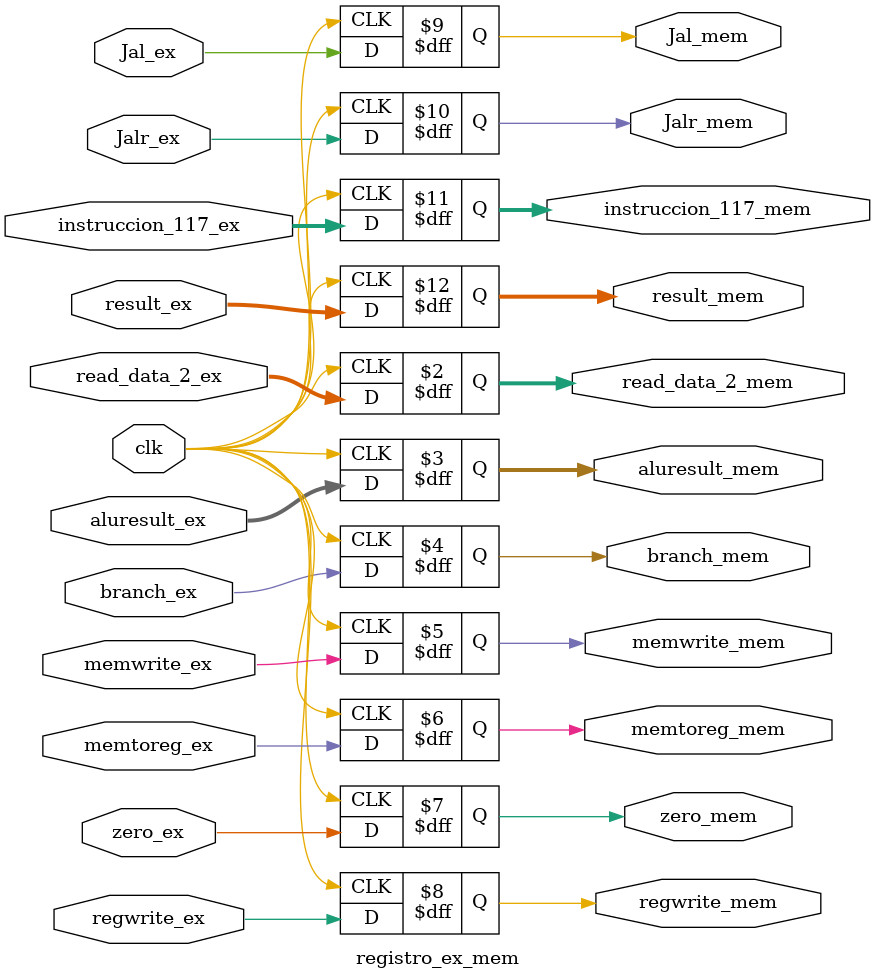
<source format=sv>
module registro_ex_mem(

	input clk,
	input logic [31:0] read_data_2_ex,
	input logic [31:0] aluresult_ex,
	input logic branch_ex, memwrite_ex, memtoreg_ex, zero_ex, regwrite_ex, Jal_ex, Jalr_ex,
	input logic [4:0] instruccion_117_ex,
	input logic [31:0] result_ex,

	output logic [31:0] read_data_2_mem,
	output logic [31:0] aluresult_mem,
	output logic branch_mem, memwrite_mem, memtoreg_mem, zero_mem, regwrite_mem, Jal_mem, Jalr_mem,
	output logic [4:0] instruccion_117_mem,
	output logic [31:0] result_mem
	); 

always@(posedge clk)
	begin
		read_data_2_mem <= read_data_2_ex;
		aluresult_mem <= aluresult_ex;
		branch_mem <= branch_ex;
		memwrite_mem <= memwrite_ex;
		zero_mem <= zero_ex;
		instruccion_117_mem <= instruccion_117_ex;
		memtoreg_mem <= memtoreg_ex;
		result_mem <= result_ex; 
		regwrite_mem <= regwrite_ex; 
		Jal_mem <= Jal_ex; 
		Jalr_mem <= Jalr_ex; 
	end


endmodule 
</source>
